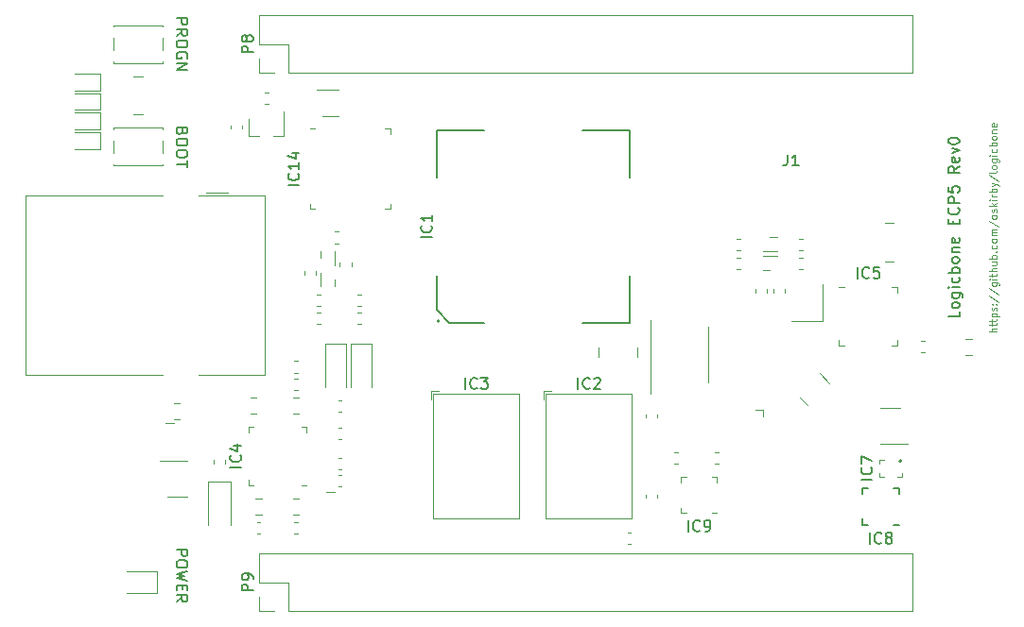
<source format=gto>
G04 #@! TF.GenerationSoftware,KiCad,Pcbnew,5.1.5+dfsg1-2build2*
G04 #@! TF.CreationDate,2020-05-01T23:30:04-07:00*
G04 #@! TF.ProjectId,logicbone,6c6f6769-6362-46f6-9e65-2e6b69636164,rev?*
G04 #@! TF.SameCoordinates,Original*
G04 #@! TF.FileFunction,Legend,Top*
G04 #@! TF.FilePolarity,Positive*
%FSLAX46Y46*%
G04 Gerber Fmt 4.6, Leading zero omitted, Abs format (unit mm)*
G04 Created by KiCad (PCBNEW 5.1.5+dfsg1-2build2) date 2020-05-01 23:30:04*
%MOMM*%
%LPD*%
G04 APERTURE LIST*
%ADD10C,0.150000*%
%ADD11C,0.120000*%
%ADD12C,0.100000*%
%ADD13C,0.200000*%
G04 APERTURE END LIST*
D10*
X110947619Y-93890476D02*
X111947619Y-93890476D01*
X111947619Y-94271428D01*
X111900000Y-94366666D01*
X111852380Y-94414285D01*
X111757142Y-94461904D01*
X111614285Y-94461904D01*
X111519047Y-94414285D01*
X111471428Y-94366666D01*
X111423809Y-94271428D01*
X111423809Y-93890476D01*
X111947619Y-95080952D02*
X111947619Y-95271428D01*
X111900000Y-95366666D01*
X111804761Y-95461904D01*
X111614285Y-95509523D01*
X111280952Y-95509523D01*
X111090476Y-95461904D01*
X110995238Y-95366666D01*
X110947619Y-95271428D01*
X110947619Y-95080952D01*
X110995238Y-94985714D01*
X111090476Y-94890476D01*
X111280952Y-94842857D01*
X111614285Y-94842857D01*
X111804761Y-94890476D01*
X111900000Y-94985714D01*
X111947619Y-95080952D01*
X111947619Y-95842857D02*
X110947619Y-96080952D01*
X111661904Y-96271428D01*
X110947619Y-96461904D01*
X111947619Y-96700000D01*
X111471428Y-97080952D02*
X111471428Y-97414285D01*
X110947619Y-97557142D02*
X110947619Y-97080952D01*
X111947619Y-97080952D01*
X111947619Y-97557142D01*
X110947619Y-98557142D02*
X111423809Y-98223809D01*
X110947619Y-97985714D02*
X111947619Y-97985714D01*
X111947619Y-98366666D01*
X111900000Y-98461904D01*
X111852380Y-98509523D01*
X111757142Y-98557142D01*
X111614285Y-98557142D01*
X111519047Y-98509523D01*
X111471428Y-98461904D01*
X111423809Y-98366666D01*
X111423809Y-97985714D01*
X110947619Y-46255476D02*
X111947619Y-46255476D01*
X111947619Y-46636428D01*
X111900000Y-46731666D01*
X111852380Y-46779285D01*
X111757142Y-46826904D01*
X111614285Y-46826904D01*
X111519047Y-46779285D01*
X111471428Y-46731666D01*
X111423809Y-46636428D01*
X111423809Y-46255476D01*
X110947619Y-47826904D02*
X111423809Y-47493571D01*
X110947619Y-47255476D02*
X111947619Y-47255476D01*
X111947619Y-47636428D01*
X111900000Y-47731666D01*
X111852380Y-47779285D01*
X111757142Y-47826904D01*
X111614285Y-47826904D01*
X111519047Y-47779285D01*
X111471428Y-47731666D01*
X111423809Y-47636428D01*
X111423809Y-47255476D01*
X111947619Y-48445952D02*
X111947619Y-48636428D01*
X111900000Y-48731666D01*
X111804761Y-48826904D01*
X111614285Y-48874523D01*
X111280952Y-48874523D01*
X111090476Y-48826904D01*
X110995238Y-48731666D01*
X110947619Y-48636428D01*
X110947619Y-48445952D01*
X110995238Y-48350714D01*
X111090476Y-48255476D01*
X111280952Y-48207857D01*
X111614285Y-48207857D01*
X111804761Y-48255476D01*
X111900000Y-48350714D01*
X111947619Y-48445952D01*
X111900000Y-49826904D02*
X111947619Y-49731666D01*
X111947619Y-49588809D01*
X111900000Y-49445952D01*
X111804761Y-49350714D01*
X111709523Y-49303095D01*
X111519047Y-49255476D01*
X111376190Y-49255476D01*
X111185714Y-49303095D01*
X111090476Y-49350714D01*
X110995238Y-49445952D01*
X110947619Y-49588809D01*
X110947619Y-49684047D01*
X110995238Y-49826904D01*
X111042857Y-49874523D01*
X111376190Y-49874523D01*
X111376190Y-49684047D01*
X110947619Y-50303095D02*
X111947619Y-50303095D01*
X110947619Y-50874523D01*
X111947619Y-50874523D01*
X111471428Y-56392857D02*
X111423809Y-56535714D01*
X111376190Y-56583333D01*
X111280952Y-56630952D01*
X111138095Y-56630952D01*
X111042857Y-56583333D01*
X110995238Y-56535714D01*
X110947619Y-56440476D01*
X110947619Y-56059523D01*
X111947619Y-56059523D01*
X111947619Y-56392857D01*
X111900000Y-56488095D01*
X111852380Y-56535714D01*
X111757142Y-56583333D01*
X111661904Y-56583333D01*
X111566666Y-56535714D01*
X111519047Y-56488095D01*
X111471428Y-56392857D01*
X111471428Y-56059523D01*
X111947619Y-57250000D02*
X111947619Y-57440476D01*
X111900000Y-57535714D01*
X111804761Y-57630952D01*
X111614285Y-57678571D01*
X111280952Y-57678571D01*
X111090476Y-57630952D01*
X110995238Y-57535714D01*
X110947619Y-57440476D01*
X110947619Y-57250000D01*
X110995238Y-57154761D01*
X111090476Y-57059523D01*
X111280952Y-57011904D01*
X111614285Y-57011904D01*
X111804761Y-57059523D01*
X111900000Y-57154761D01*
X111947619Y-57250000D01*
X111947619Y-58297619D02*
X111947619Y-58488095D01*
X111900000Y-58583333D01*
X111804761Y-58678571D01*
X111614285Y-58726190D01*
X111280952Y-58726190D01*
X111090476Y-58678571D01*
X110995238Y-58583333D01*
X110947619Y-58488095D01*
X110947619Y-58297619D01*
X110995238Y-58202380D01*
X111090476Y-58107142D01*
X111280952Y-58059523D01*
X111614285Y-58059523D01*
X111804761Y-58107142D01*
X111900000Y-58202380D01*
X111947619Y-58297619D01*
X111947619Y-59011904D02*
X111947619Y-59583333D01*
X110947619Y-59297619D02*
X111947619Y-59297619D01*
D11*
X184394047Y-74332142D02*
X183744047Y-74332142D01*
X184394047Y-74053571D02*
X184053571Y-74053571D01*
X183991666Y-74084523D01*
X183960714Y-74146428D01*
X183960714Y-74239285D01*
X183991666Y-74301190D01*
X184022619Y-74332142D01*
X183960714Y-73836904D02*
X183960714Y-73589285D01*
X183744047Y-73744047D02*
X184301190Y-73744047D01*
X184363095Y-73713095D01*
X184394047Y-73651190D01*
X184394047Y-73589285D01*
X183960714Y-73465476D02*
X183960714Y-73217857D01*
X183744047Y-73372619D02*
X184301190Y-73372619D01*
X184363095Y-73341666D01*
X184394047Y-73279761D01*
X184394047Y-73217857D01*
X183960714Y-73001190D02*
X184610714Y-73001190D01*
X183991666Y-73001190D02*
X183960714Y-72939285D01*
X183960714Y-72815476D01*
X183991666Y-72753571D01*
X184022619Y-72722619D01*
X184084523Y-72691666D01*
X184270238Y-72691666D01*
X184332142Y-72722619D01*
X184363095Y-72753571D01*
X184394047Y-72815476D01*
X184394047Y-72939285D01*
X184363095Y-73001190D01*
X184363095Y-72444047D02*
X184394047Y-72382142D01*
X184394047Y-72258333D01*
X184363095Y-72196428D01*
X184301190Y-72165476D01*
X184270238Y-72165476D01*
X184208333Y-72196428D01*
X184177380Y-72258333D01*
X184177380Y-72351190D01*
X184146428Y-72413095D01*
X184084523Y-72444047D01*
X184053571Y-72444047D01*
X183991666Y-72413095D01*
X183960714Y-72351190D01*
X183960714Y-72258333D01*
X183991666Y-72196428D01*
X184332142Y-71886904D02*
X184363095Y-71855952D01*
X184394047Y-71886904D01*
X184363095Y-71917857D01*
X184332142Y-71886904D01*
X184394047Y-71886904D01*
X183991666Y-71886904D02*
X184022619Y-71855952D01*
X184053571Y-71886904D01*
X184022619Y-71917857D01*
X183991666Y-71886904D01*
X184053571Y-71886904D01*
X183713095Y-71113095D02*
X184548809Y-71670238D01*
X183713095Y-70432142D02*
X184548809Y-70989285D01*
X183960714Y-69936904D02*
X184486904Y-69936904D01*
X184548809Y-69967857D01*
X184579761Y-69998809D01*
X184610714Y-70060714D01*
X184610714Y-70153571D01*
X184579761Y-70215476D01*
X184363095Y-69936904D02*
X184394047Y-69998809D01*
X184394047Y-70122619D01*
X184363095Y-70184523D01*
X184332142Y-70215476D01*
X184270238Y-70246428D01*
X184084523Y-70246428D01*
X184022619Y-70215476D01*
X183991666Y-70184523D01*
X183960714Y-70122619D01*
X183960714Y-69998809D01*
X183991666Y-69936904D01*
X184394047Y-69627380D02*
X183960714Y-69627380D01*
X183744047Y-69627380D02*
X183775000Y-69658333D01*
X183805952Y-69627380D01*
X183775000Y-69596428D01*
X183744047Y-69627380D01*
X183805952Y-69627380D01*
X183960714Y-69410714D02*
X183960714Y-69163095D01*
X183744047Y-69317857D02*
X184301190Y-69317857D01*
X184363095Y-69286904D01*
X184394047Y-69225000D01*
X184394047Y-69163095D01*
X184394047Y-68946428D02*
X183744047Y-68946428D01*
X184394047Y-68667857D02*
X184053571Y-68667857D01*
X183991666Y-68698809D01*
X183960714Y-68760714D01*
X183960714Y-68853571D01*
X183991666Y-68915476D01*
X184022619Y-68946428D01*
X183960714Y-68079761D02*
X184394047Y-68079761D01*
X183960714Y-68358333D02*
X184301190Y-68358333D01*
X184363095Y-68327380D01*
X184394047Y-68265476D01*
X184394047Y-68172619D01*
X184363095Y-68110714D01*
X184332142Y-68079761D01*
X184394047Y-67770238D02*
X183744047Y-67770238D01*
X183991666Y-67770238D02*
X183960714Y-67708333D01*
X183960714Y-67584523D01*
X183991666Y-67522619D01*
X184022619Y-67491666D01*
X184084523Y-67460714D01*
X184270238Y-67460714D01*
X184332142Y-67491666D01*
X184363095Y-67522619D01*
X184394047Y-67584523D01*
X184394047Y-67708333D01*
X184363095Y-67770238D01*
X184332142Y-67182142D02*
X184363095Y-67151190D01*
X184394047Y-67182142D01*
X184363095Y-67213095D01*
X184332142Y-67182142D01*
X184394047Y-67182142D01*
X184363095Y-66594047D02*
X184394047Y-66655952D01*
X184394047Y-66779761D01*
X184363095Y-66841666D01*
X184332142Y-66872619D01*
X184270238Y-66903571D01*
X184084523Y-66903571D01*
X184022619Y-66872619D01*
X183991666Y-66841666D01*
X183960714Y-66779761D01*
X183960714Y-66655952D01*
X183991666Y-66594047D01*
X184394047Y-66222619D02*
X184363095Y-66284523D01*
X184332142Y-66315476D01*
X184270238Y-66346428D01*
X184084523Y-66346428D01*
X184022619Y-66315476D01*
X183991666Y-66284523D01*
X183960714Y-66222619D01*
X183960714Y-66129761D01*
X183991666Y-66067857D01*
X184022619Y-66036904D01*
X184084523Y-66005952D01*
X184270238Y-66005952D01*
X184332142Y-66036904D01*
X184363095Y-66067857D01*
X184394047Y-66129761D01*
X184394047Y-66222619D01*
X184394047Y-65727380D02*
X183960714Y-65727380D01*
X184022619Y-65727380D02*
X183991666Y-65696428D01*
X183960714Y-65634523D01*
X183960714Y-65541666D01*
X183991666Y-65479761D01*
X184053571Y-65448809D01*
X184394047Y-65448809D01*
X184053571Y-65448809D02*
X183991666Y-65417857D01*
X183960714Y-65355952D01*
X183960714Y-65263095D01*
X183991666Y-65201190D01*
X184053571Y-65170238D01*
X184394047Y-65170238D01*
X183713095Y-64396428D02*
X184548809Y-64953571D01*
X184394047Y-64086904D02*
X184363095Y-64148809D01*
X184332142Y-64179761D01*
X184270238Y-64210714D01*
X184084523Y-64210714D01*
X184022619Y-64179761D01*
X183991666Y-64148809D01*
X183960714Y-64086904D01*
X183960714Y-63994047D01*
X183991666Y-63932142D01*
X184022619Y-63901190D01*
X184084523Y-63870238D01*
X184270238Y-63870238D01*
X184332142Y-63901190D01*
X184363095Y-63932142D01*
X184394047Y-63994047D01*
X184394047Y-64086904D01*
X184363095Y-63622619D02*
X184394047Y-63560714D01*
X184394047Y-63436904D01*
X184363095Y-63375000D01*
X184301190Y-63344047D01*
X184270238Y-63344047D01*
X184208333Y-63375000D01*
X184177380Y-63436904D01*
X184177380Y-63529761D01*
X184146428Y-63591666D01*
X184084523Y-63622619D01*
X184053571Y-63622619D01*
X183991666Y-63591666D01*
X183960714Y-63529761D01*
X183960714Y-63436904D01*
X183991666Y-63375000D01*
X184394047Y-63065476D02*
X183744047Y-63065476D01*
X184146428Y-63003571D02*
X184394047Y-62817857D01*
X183960714Y-62817857D02*
X184208333Y-63065476D01*
X184394047Y-62539285D02*
X183960714Y-62539285D01*
X183744047Y-62539285D02*
X183775000Y-62570238D01*
X183805952Y-62539285D01*
X183775000Y-62508333D01*
X183744047Y-62539285D01*
X183805952Y-62539285D01*
X184394047Y-62229761D02*
X183960714Y-62229761D01*
X184084523Y-62229761D02*
X184022619Y-62198809D01*
X183991666Y-62167857D01*
X183960714Y-62105952D01*
X183960714Y-62044047D01*
X184394047Y-61827380D02*
X183744047Y-61827380D01*
X183991666Y-61827380D02*
X183960714Y-61765476D01*
X183960714Y-61641666D01*
X183991666Y-61579761D01*
X184022619Y-61548809D01*
X184084523Y-61517857D01*
X184270238Y-61517857D01*
X184332142Y-61548809D01*
X184363095Y-61579761D01*
X184394047Y-61641666D01*
X184394047Y-61765476D01*
X184363095Y-61827380D01*
X183960714Y-61301190D02*
X184394047Y-61146428D01*
X183960714Y-60991666D02*
X184394047Y-61146428D01*
X184548809Y-61208333D01*
X184579761Y-61239285D01*
X184610714Y-61301190D01*
X183713095Y-60279761D02*
X184548809Y-60836904D01*
X184394047Y-59970238D02*
X184363095Y-60032142D01*
X184301190Y-60063095D01*
X183744047Y-60063095D01*
X184394047Y-59629761D02*
X184363095Y-59691666D01*
X184332142Y-59722619D01*
X184270238Y-59753571D01*
X184084523Y-59753571D01*
X184022619Y-59722619D01*
X183991666Y-59691666D01*
X183960714Y-59629761D01*
X183960714Y-59536904D01*
X183991666Y-59475000D01*
X184022619Y-59444047D01*
X184084523Y-59413095D01*
X184270238Y-59413095D01*
X184332142Y-59444047D01*
X184363095Y-59475000D01*
X184394047Y-59536904D01*
X184394047Y-59629761D01*
X183960714Y-58855952D02*
X184486904Y-58855952D01*
X184548809Y-58886904D01*
X184579761Y-58917857D01*
X184610714Y-58979761D01*
X184610714Y-59072619D01*
X184579761Y-59134523D01*
X184363095Y-58855952D02*
X184394047Y-58917857D01*
X184394047Y-59041666D01*
X184363095Y-59103571D01*
X184332142Y-59134523D01*
X184270238Y-59165476D01*
X184084523Y-59165476D01*
X184022619Y-59134523D01*
X183991666Y-59103571D01*
X183960714Y-59041666D01*
X183960714Y-58917857D01*
X183991666Y-58855952D01*
X184394047Y-58546428D02*
X183960714Y-58546428D01*
X183744047Y-58546428D02*
X183775000Y-58577380D01*
X183805952Y-58546428D01*
X183775000Y-58515476D01*
X183744047Y-58546428D01*
X183805952Y-58546428D01*
X184363095Y-57958333D02*
X184394047Y-58020238D01*
X184394047Y-58144047D01*
X184363095Y-58205952D01*
X184332142Y-58236904D01*
X184270238Y-58267857D01*
X184084523Y-58267857D01*
X184022619Y-58236904D01*
X183991666Y-58205952D01*
X183960714Y-58144047D01*
X183960714Y-58020238D01*
X183991666Y-57958333D01*
X184394047Y-57679761D02*
X183744047Y-57679761D01*
X183991666Y-57679761D02*
X183960714Y-57617857D01*
X183960714Y-57494047D01*
X183991666Y-57432142D01*
X184022619Y-57401190D01*
X184084523Y-57370238D01*
X184270238Y-57370238D01*
X184332142Y-57401190D01*
X184363095Y-57432142D01*
X184394047Y-57494047D01*
X184394047Y-57617857D01*
X184363095Y-57679761D01*
X184394047Y-56998809D02*
X184363095Y-57060714D01*
X184332142Y-57091666D01*
X184270238Y-57122619D01*
X184084523Y-57122619D01*
X184022619Y-57091666D01*
X183991666Y-57060714D01*
X183960714Y-56998809D01*
X183960714Y-56905952D01*
X183991666Y-56844047D01*
X184022619Y-56813095D01*
X184084523Y-56782142D01*
X184270238Y-56782142D01*
X184332142Y-56813095D01*
X184363095Y-56844047D01*
X184394047Y-56905952D01*
X184394047Y-56998809D01*
X183960714Y-56503571D02*
X184394047Y-56503571D01*
X184022619Y-56503571D02*
X183991666Y-56472619D01*
X183960714Y-56410714D01*
X183960714Y-56317857D01*
X183991666Y-56255952D01*
X184053571Y-56225000D01*
X184394047Y-56225000D01*
X184363095Y-55667857D02*
X184394047Y-55729761D01*
X184394047Y-55853571D01*
X184363095Y-55915476D01*
X184301190Y-55946428D01*
X184053571Y-55946428D01*
X183991666Y-55915476D01*
X183960714Y-55853571D01*
X183960714Y-55729761D01*
X183991666Y-55667857D01*
X184053571Y-55636904D01*
X184115476Y-55636904D01*
X184177380Y-55946428D01*
D10*
X181052380Y-72523809D02*
X181052380Y-73000000D01*
X180052380Y-73000000D01*
X181052380Y-72047619D02*
X181004761Y-72142857D01*
X180957142Y-72190476D01*
X180861904Y-72238095D01*
X180576190Y-72238095D01*
X180480952Y-72190476D01*
X180433333Y-72142857D01*
X180385714Y-72047619D01*
X180385714Y-71904761D01*
X180433333Y-71809523D01*
X180480952Y-71761904D01*
X180576190Y-71714285D01*
X180861904Y-71714285D01*
X180957142Y-71761904D01*
X181004761Y-71809523D01*
X181052380Y-71904761D01*
X181052380Y-72047619D01*
X180385714Y-70857142D02*
X181195238Y-70857142D01*
X181290476Y-70904761D01*
X181338095Y-70952380D01*
X181385714Y-71047619D01*
X181385714Y-71190476D01*
X181338095Y-71285714D01*
X181004761Y-70857142D02*
X181052380Y-70952380D01*
X181052380Y-71142857D01*
X181004761Y-71238095D01*
X180957142Y-71285714D01*
X180861904Y-71333333D01*
X180576190Y-71333333D01*
X180480952Y-71285714D01*
X180433333Y-71238095D01*
X180385714Y-71142857D01*
X180385714Y-70952380D01*
X180433333Y-70857142D01*
X181052380Y-70380952D02*
X180385714Y-70380952D01*
X180052380Y-70380952D02*
X180100000Y-70428571D01*
X180147619Y-70380952D01*
X180100000Y-70333333D01*
X180052380Y-70380952D01*
X180147619Y-70380952D01*
X181004761Y-69476190D02*
X181052380Y-69571428D01*
X181052380Y-69761904D01*
X181004761Y-69857142D01*
X180957142Y-69904761D01*
X180861904Y-69952380D01*
X180576190Y-69952380D01*
X180480952Y-69904761D01*
X180433333Y-69857142D01*
X180385714Y-69761904D01*
X180385714Y-69571428D01*
X180433333Y-69476190D01*
X181052380Y-69047619D02*
X180052380Y-69047619D01*
X180433333Y-69047619D02*
X180385714Y-68952380D01*
X180385714Y-68761904D01*
X180433333Y-68666666D01*
X180480952Y-68619047D01*
X180576190Y-68571428D01*
X180861904Y-68571428D01*
X180957142Y-68619047D01*
X181004761Y-68666666D01*
X181052380Y-68761904D01*
X181052380Y-68952380D01*
X181004761Y-69047619D01*
X181052380Y-68000000D02*
X181004761Y-68095238D01*
X180957142Y-68142857D01*
X180861904Y-68190476D01*
X180576190Y-68190476D01*
X180480952Y-68142857D01*
X180433333Y-68095238D01*
X180385714Y-68000000D01*
X180385714Y-67857142D01*
X180433333Y-67761904D01*
X180480952Y-67714285D01*
X180576190Y-67666666D01*
X180861904Y-67666666D01*
X180957142Y-67714285D01*
X181004761Y-67761904D01*
X181052380Y-67857142D01*
X181052380Y-68000000D01*
X180385714Y-67238095D02*
X181052380Y-67238095D01*
X180480952Y-67238095D02*
X180433333Y-67190476D01*
X180385714Y-67095238D01*
X180385714Y-66952380D01*
X180433333Y-66857142D01*
X180528571Y-66809523D01*
X181052380Y-66809523D01*
X181004761Y-65952380D02*
X181052380Y-66047619D01*
X181052380Y-66238095D01*
X181004761Y-66333333D01*
X180909523Y-66380952D01*
X180528571Y-66380952D01*
X180433333Y-66333333D01*
X180385714Y-66238095D01*
X180385714Y-66047619D01*
X180433333Y-65952380D01*
X180528571Y-65904761D01*
X180623809Y-65904761D01*
X180719047Y-66380952D01*
X180528571Y-64714285D02*
X180528571Y-64380952D01*
X181052380Y-64238095D02*
X181052380Y-64714285D01*
X180052380Y-64714285D01*
X180052380Y-64238095D01*
X180957142Y-63238095D02*
X181004761Y-63285714D01*
X181052380Y-63428571D01*
X181052380Y-63523809D01*
X181004761Y-63666666D01*
X180909523Y-63761904D01*
X180814285Y-63809523D01*
X180623809Y-63857142D01*
X180480952Y-63857142D01*
X180290476Y-63809523D01*
X180195238Y-63761904D01*
X180100000Y-63666666D01*
X180052380Y-63523809D01*
X180052380Y-63428571D01*
X180100000Y-63285714D01*
X180147619Y-63238095D01*
X181052380Y-62809523D02*
X180052380Y-62809523D01*
X180052380Y-62428571D01*
X180100000Y-62333333D01*
X180147619Y-62285714D01*
X180242857Y-62238095D01*
X180385714Y-62238095D01*
X180480952Y-62285714D01*
X180528571Y-62333333D01*
X180576190Y-62428571D01*
X180576190Y-62809523D01*
X180052380Y-61333333D02*
X180052380Y-61809523D01*
X180528571Y-61857142D01*
X180480952Y-61809523D01*
X180433333Y-61714285D01*
X180433333Y-61476190D01*
X180480952Y-61380952D01*
X180528571Y-61333333D01*
X180623809Y-61285714D01*
X180861904Y-61285714D01*
X180957142Y-61333333D01*
X181004761Y-61380952D01*
X181052380Y-61476190D01*
X181052380Y-61714285D01*
X181004761Y-61809523D01*
X180957142Y-61857142D01*
X181052380Y-59523809D02*
X180576190Y-59857142D01*
X181052380Y-60095238D02*
X180052380Y-60095238D01*
X180052380Y-59714285D01*
X180100000Y-59619047D01*
X180147619Y-59571428D01*
X180242857Y-59523809D01*
X180385714Y-59523809D01*
X180480952Y-59571428D01*
X180528571Y-59619047D01*
X180576190Y-59714285D01*
X180576190Y-60095238D01*
X181004761Y-58714285D02*
X181052380Y-58809523D01*
X181052380Y-59000000D01*
X181004761Y-59095238D01*
X180909523Y-59142857D01*
X180528571Y-59142857D01*
X180433333Y-59095238D01*
X180385714Y-59000000D01*
X180385714Y-58809523D01*
X180433333Y-58714285D01*
X180528571Y-58666666D01*
X180623809Y-58666666D01*
X180719047Y-59142857D01*
X180385714Y-58333333D02*
X181052380Y-58095238D01*
X180385714Y-57857142D01*
X180052380Y-57285714D02*
X180052380Y-57190476D01*
X180100000Y-57095238D01*
X180147619Y-57047619D01*
X180242857Y-57000000D01*
X180433333Y-56952380D01*
X180671428Y-56952380D01*
X180861904Y-57000000D01*
X180957142Y-57047619D01*
X181004761Y-57095238D01*
X181052380Y-57190476D01*
X181052380Y-57285714D01*
X181004761Y-57380952D01*
X180957142Y-57428571D01*
X180861904Y-57476190D01*
X180671428Y-57523809D01*
X180433333Y-57523809D01*
X180242857Y-57476190D01*
X180147619Y-57428571D01*
X180100000Y-57380952D01*
X180052380Y-57285714D01*
D11*
X133950000Y-79900000D02*
X141650000Y-79900000D01*
X141650000Y-79900000D02*
X141650000Y-91100000D01*
X141650000Y-91100000D02*
X133950000Y-91100000D01*
X133950000Y-91100000D02*
X133950000Y-79900000D01*
X133750000Y-80400000D02*
X133750000Y-79700000D01*
X133750000Y-79700000D02*
X134450000Y-79700000D01*
D12*
X110000000Y-82500000D02*
X110750000Y-82500000D01*
D11*
X115590000Y-61905000D02*
X113590000Y-61905000D01*
X97400000Y-62105000D02*
X109700000Y-62105000D01*
X97400000Y-78205000D02*
X97400000Y-62105000D01*
X109700000Y-78205000D02*
X97400000Y-78205000D01*
X118900000Y-78205000D02*
X112900000Y-78205000D01*
X118900000Y-62105000D02*
X118900000Y-78205000D01*
X112900000Y-62105000D02*
X118900000Y-62105000D01*
X175800000Y-81190000D02*
X174000000Y-81190000D01*
X174000000Y-84410000D02*
X176450000Y-84410000D01*
D13*
X175900000Y-85950000D02*
G75*
G03X175900000Y-85950000I-100000J0D01*
G01*
D11*
X173880000Y-85830000D02*
X174330000Y-85830000D01*
X173880000Y-86155000D02*
X173880000Y-85830000D01*
X175920000Y-87370000D02*
X175470000Y-87370000D01*
X175920000Y-87045000D02*
X175920000Y-87370000D01*
X173880000Y-87370000D02*
X174330000Y-87370000D01*
X173880000Y-87045000D02*
X173880000Y-87370000D01*
X175920000Y-87370000D02*
X175470000Y-87370000D01*
X175920000Y-87045000D02*
X175920000Y-87370000D01*
X175920000Y-87370000D02*
X175470000Y-87370000D01*
X175920000Y-87045000D02*
X175920000Y-87370000D01*
X163475000Y-81330000D02*
X163475000Y-81965000D01*
X162840000Y-81330000D02*
X163475000Y-81330000D01*
X166737221Y-67690000D02*
X167062779Y-67690000D01*
X166737221Y-68710000D02*
X167062779Y-68710000D01*
X175200000Y-68020000D02*
X174400000Y-68020000D01*
X175200000Y-64580000D02*
X174400000Y-64580000D01*
X175035000Y-70360000D02*
X175510000Y-70360000D01*
X175510000Y-70360000D02*
X175510000Y-70835000D01*
X170765000Y-75580000D02*
X170290000Y-75580000D01*
X170290000Y-75580000D02*
X170290000Y-75105000D01*
X175035000Y-75580000D02*
X175510000Y-75580000D01*
X175510000Y-75580000D02*
X175510000Y-75105000D01*
X170765000Y-70360000D02*
X170290000Y-70360000D01*
X125130000Y-67140000D02*
X125130000Y-68360000D01*
X123870000Y-67140000D02*
X123870000Y-67750000D01*
X129635000Y-56140000D02*
X130110000Y-56140000D01*
X130110000Y-56140000D02*
X130110000Y-56615000D01*
X123365000Y-63360000D02*
X122890000Y-63360000D01*
X122890000Y-63360000D02*
X122890000Y-62885000D01*
X129635000Y-63360000D02*
X130110000Y-63360000D01*
X130110000Y-63360000D02*
X130110000Y-62885000D01*
X123365000Y-56140000D02*
X122890000Y-56140000D01*
D12*
X124350000Y-88750000D02*
X125100000Y-88750000D01*
D11*
X176895000Y-99425000D02*
X176895000Y-94225000D01*
X120955000Y-99425000D02*
X176895000Y-99425000D01*
X118355000Y-94225000D02*
X176895000Y-94225000D01*
X120955000Y-99425000D02*
X120955000Y-96825000D01*
X120955000Y-96825000D02*
X118355000Y-96825000D01*
X118355000Y-96825000D02*
X118355000Y-94225000D01*
X119685000Y-99425000D02*
X118355000Y-99425000D01*
X118355000Y-99425000D02*
X118355000Y-98095000D01*
X118355000Y-51165000D02*
X118355000Y-49835000D01*
X119685000Y-51165000D02*
X118355000Y-51165000D01*
X118355000Y-48565000D02*
X118355000Y-45965000D01*
X120955000Y-48565000D02*
X118355000Y-48565000D01*
X120955000Y-51165000D02*
X120955000Y-48565000D01*
X118355000Y-45965000D02*
X176895000Y-45965000D01*
X120955000Y-51165000D02*
X176895000Y-51165000D01*
X176895000Y-51165000D02*
X176895000Y-45965000D01*
X123862779Y-72590000D02*
X123537221Y-72590000D01*
X123862779Y-73610000D02*
X123537221Y-73610000D01*
X121524721Y-76990000D02*
X121850279Y-76990000D01*
X121524721Y-78010000D02*
X121850279Y-78010000D01*
X121850279Y-91390000D02*
X121524721Y-91390000D01*
X121850279Y-92410000D02*
X121524721Y-92410000D01*
X118149721Y-92410000D02*
X118475279Y-92410000D01*
X118149721Y-91390000D02*
X118475279Y-91390000D01*
X127137221Y-72590000D02*
X127462779Y-72590000D01*
X127137221Y-73610000D02*
X127462779Y-73610000D01*
X115790000Y-56162779D02*
X115790000Y-55837221D01*
X116810000Y-56162779D02*
X116810000Y-55837221D01*
X121524721Y-79610000D02*
X121850279Y-79610000D01*
X121524721Y-78590000D02*
X121850279Y-78590000D01*
X125437221Y-80490000D02*
X125762779Y-80490000D01*
X125437221Y-81510000D02*
X125762779Y-81510000D01*
X166737221Y-67010000D02*
X167062779Y-67010000D01*
X166737221Y-65990000D02*
X167062779Y-65990000D01*
X126610000Y-68462779D02*
X126610000Y-68137221D01*
X125590000Y-68462779D02*
X125590000Y-68137221D01*
X123410000Y-68937221D02*
X123410000Y-69262779D01*
X122390000Y-68937221D02*
X122390000Y-69262779D01*
X118837221Y-53910000D02*
X119162779Y-53910000D01*
X118837221Y-52890000D02*
X119162779Y-52890000D01*
X125137221Y-65390000D02*
X125462779Y-65390000D01*
X125137221Y-66410000D02*
X125462779Y-66410000D01*
X125762779Y-87190000D02*
X125437221Y-87190000D01*
X125762779Y-88210000D02*
X125437221Y-88210000D01*
X125762779Y-85690000D02*
X125437221Y-85690000D01*
X125762779Y-86710000D02*
X125437221Y-86710000D01*
X152990000Y-81737221D02*
X152990000Y-82062779D01*
X154010000Y-81737221D02*
X154010000Y-82062779D01*
X151337221Y-93410000D02*
X151662779Y-93410000D01*
X151337221Y-92390000D02*
X151662779Y-92390000D01*
X104135000Y-51222500D02*
X101850000Y-51222500D01*
X104135000Y-52692500D02*
X104135000Y-51222500D01*
X101850000Y-52692500D02*
X104135000Y-52692500D01*
X101850000Y-54442500D02*
X104135000Y-54442500D01*
X104135000Y-54442500D02*
X104135000Y-52972500D01*
X104135000Y-52972500D02*
X101850000Y-52972500D01*
X104135000Y-54722500D02*
X101850000Y-54722500D01*
X104135000Y-56192500D02*
X104135000Y-54722500D01*
X101850000Y-56192500D02*
X104135000Y-56192500D01*
X101850000Y-57942500D02*
X104135000Y-57942500D01*
X104135000Y-57942500D02*
X104135000Y-56472500D01*
X104135000Y-56472500D02*
X101850000Y-56472500D01*
X163810000Y-70537221D02*
X163810000Y-70862779D01*
X162790000Y-70537221D02*
X162790000Y-70862779D01*
X164390000Y-70537221D02*
X164390000Y-70862779D01*
X165410000Y-70537221D02*
X165410000Y-70862779D01*
X161137221Y-65990000D02*
X161462779Y-65990000D01*
X161137221Y-67010000D02*
X161462779Y-67010000D01*
X125450000Y-52690000D02*
X123550000Y-52690000D01*
X124050000Y-55010000D02*
X125450000Y-55010000D01*
X118571078Y-89290000D02*
X118053922Y-89290000D01*
X118571078Y-90710000D02*
X118053922Y-90710000D01*
X118071078Y-81710000D02*
X117553922Y-81710000D01*
X118071078Y-80290000D02*
X117553922Y-80290000D01*
X121428922Y-81710000D02*
X121946078Y-81710000D01*
X121428922Y-80290000D02*
X121946078Y-80290000D01*
X121428922Y-89290000D02*
X121946078Y-89290000D01*
X121428922Y-90710000D02*
X121946078Y-90710000D01*
X109700000Y-56050000D02*
X105300000Y-56050000D01*
X105300000Y-56050000D02*
X105300000Y-56170000D01*
X105300000Y-57180000D02*
X105300000Y-58320000D01*
X105300000Y-59330000D02*
X105300000Y-59450000D01*
X105300000Y-59450000D02*
X109700000Y-59450000D01*
X109700000Y-59450000D02*
X109700000Y-59330000D01*
X109700000Y-58320000D02*
X109700000Y-57180000D01*
X109700000Y-56170000D02*
X109700000Y-56050000D01*
X105300000Y-50145000D02*
X105300000Y-50265000D01*
X105300000Y-47995000D02*
X105300000Y-49135000D01*
X105300000Y-46865000D02*
X105300000Y-46985000D01*
X109700000Y-46865000D02*
X105300000Y-46865000D01*
X109700000Y-46985000D02*
X109700000Y-46865000D01*
X109700000Y-49135000D02*
X109700000Y-47995000D01*
X109700000Y-50265000D02*
X109700000Y-50145000D01*
X105300000Y-50265000D02*
X109700000Y-50265000D01*
X166000000Y-73370000D02*
X168800000Y-73370000D01*
X168800000Y-73370000D02*
X168800000Y-70070000D01*
X143850000Y-79700000D02*
X144550000Y-79700000D01*
X143850000Y-80400000D02*
X143850000Y-79700000D01*
X144050000Y-91100000D02*
X144050000Y-79900000D01*
X151750000Y-91100000D02*
X144050000Y-91100000D01*
X151750000Y-79900000D02*
X151750000Y-91100000D01*
X144050000Y-79900000D02*
X151750000Y-79900000D01*
X107900000Y-54877500D02*
X107100000Y-54877500D01*
X107900000Y-51437500D02*
X107100000Y-51437500D01*
X117865000Y-88110000D02*
X117390000Y-88110000D01*
X117390000Y-88110000D02*
X117390000Y-87635000D01*
X122135000Y-82890000D02*
X122610000Y-82890000D01*
X122610000Y-82890000D02*
X122610000Y-83365000D01*
X117865000Y-82890000D02*
X117390000Y-82890000D01*
X117390000Y-82890000D02*
X117390000Y-83365000D01*
X122135000Y-88110000D02*
X122610000Y-88110000D01*
X164710000Y-67130000D02*
X163490000Y-67130000D01*
X164710000Y-65870000D02*
X164100000Y-65870000D01*
X163490000Y-68830000D02*
X164100000Y-68830000D01*
X163490000Y-67570000D02*
X164710000Y-67570000D01*
X155862779Y-86210000D02*
X155537221Y-86210000D01*
X155862779Y-85190000D02*
X155537221Y-85190000D01*
X159137221Y-85190000D02*
X159462779Y-85190000D01*
X159137221Y-86210000D02*
X159462779Y-86210000D01*
X152220000Y-75800000D02*
X152220000Y-76600000D01*
X148780000Y-75800000D02*
X148780000Y-76600000D01*
X117420000Y-56760000D02*
X118350000Y-56760000D01*
X120580000Y-56760000D02*
X119650000Y-56760000D01*
X120580000Y-56760000D02*
X120580000Y-54600000D01*
X117420000Y-56760000D02*
X117420000Y-55300000D01*
X123870000Y-70260000D02*
X123870000Y-69040000D01*
X125130000Y-70260000D02*
X125130000Y-69650000D01*
X152990000Y-89262779D02*
X152990000Y-88937221D01*
X154010000Y-89262779D02*
X154010000Y-88937221D01*
X115800000Y-87800000D02*
X113800000Y-87800000D01*
X113800000Y-87800000D02*
X113800000Y-91650000D01*
X115800000Y-87800000D02*
X115800000Y-91650000D01*
X125437221Y-82990000D02*
X125762779Y-82990000D01*
X125437221Y-84010000D02*
X125762779Y-84010000D01*
X115310000Y-86162779D02*
X115310000Y-85837221D01*
X114290000Y-86162779D02*
X114290000Y-85837221D01*
X123862779Y-72010000D02*
X123537221Y-72010000D01*
X123862779Y-70990000D02*
X123537221Y-70990000D01*
X177637221Y-75190000D02*
X177962779Y-75190000D01*
X177637221Y-76210000D02*
X177962779Y-76210000D01*
X111900000Y-85890000D02*
X109450000Y-85890000D01*
X110100000Y-89110000D02*
X111900000Y-89110000D01*
X161137221Y-67690000D02*
X161462779Y-67690000D01*
X161137221Y-68710000D02*
X161462779Y-68710000D01*
D10*
X134250000Y-60500000D02*
X134250000Y-56250000D01*
X134250000Y-56250000D02*
X138500000Y-56250000D01*
X134250000Y-60500000D02*
X134250000Y-56250000D01*
X134250000Y-56250000D02*
X138500000Y-56250000D01*
X151550000Y-60500000D02*
X151550000Y-56250000D01*
X151550000Y-56250000D02*
X147300000Y-56250000D01*
X134250000Y-60500000D02*
X134250000Y-56250000D01*
X134250000Y-56250000D02*
X138500000Y-56250000D01*
X151550000Y-69300000D02*
X151550000Y-73550000D01*
X151550000Y-73550000D02*
X147300000Y-73550000D01*
X134250000Y-69300000D02*
X134250000Y-72400000D01*
X134250000Y-72400000D02*
X135400000Y-73550000D01*
X135400000Y-73550000D02*
X138500000Y-73550000D01*
D13*
X134500000Y-73400000D02*
G75*
G03X134500000Y-73400000I-100000J0D01*
G01*
D11*
X169443503Y-78963604D02*
X168524264Y-78044365D01*
X167463604Y-80943503D02*
X166756497Y-80236396D01*
D10*
X172350000Y-91650000D02*
X172350000Y-91125000D01*
X175650000Y-88350000D02*
X175650000Y-88875000D01*
X172350000Y-88350000D02*
X172350000Y-88875000D01*
X175650000Y-91650000D02*
X175125000Y-91650000D01*
X175650000Y-88350000D02*
X175125000Y-88350000D01*
X172350000Y-88350000D02*
X172875000Y-88350000D01*
X172350000Y-91650000D02*
X172875000Y-91650000D01*
D11*
X127137221Y-70990000D02*
X127462779Y-70990000D01*
X127137221Y-72010000D02*
X127462779Y-72010000D01*
X156615000Y-90610000D02*
X156140000Y-90610000D01*
X156140000Y-90610000D02*
X156140000Y-90135000D01*
X158885000Y-87390000D02*
X159360000Y-87390000D01*
X159360000Y-87390000D02*
X159360000Y-87865000D01*
X156615000Y-87390000D02*
X156140000Y-87390000D01*
X156140000Y-87390000D02*
X156140000Y-87865000D01*
X158885000Y-90610000D02*
X159360000Y-90610000D01*
X153400000Y-79900000D02*
X153400000Y-73300000D01*
X158600000Y-78900000D02*
X158600000Y-73900000D01*
X128435000Y-79300000D02*
X128435000Y-75390000D01*
X128435000Y-75390000D02*
X126565000Y-75390000D01*
X126565000Y-75390000D02*
X126565000Y-79300000D01*
X124265000Y-75390000D02*
X124265000Y-79300000D01*
X126135000Y-75390000D02*
X124265000Y-75390000D01*
X126135000Y-79300000D02*
X126135000Y-75390000D01*
X110741422Y-80790000D02*
X111258578Y-80790000D01*
X110741422Y-82210000D02*
X111258578Y-82210000D01*
X182158578Y-76410000D02*
X181641422Y-76410000D01*
X182158578Y-74990000D02*
X181641422Y-74990000D01*
X109185000Y-97785000D02*
X109185000Y-95865000D01*
X106500000Y-97785000D02*
X109185000Y-97785000D01*
X109185000Y-95865000D02*
X106500000Y-95865000D01*
D10*
X136823809Y-79472380D02*
X136823809Y-78472380D01*
X137871428Y-79377142D02*
X137823809Y-79424761D01*
X137680952Y-79472380D01*
X137585714Y-79472380D01*
X137442857Y-79424761D01*
X137347619Y-79329523D01*
X137300000Y-79234285D01*
X137252380Y-79043809D01*
X137252380Y-78900952D01*
X137300000Y-78710476D01*
X137347619Y-78615238D01*
X137442857Y-78520000D01*
X137585714Y-78472380D01*
X137680952Y-78472380D01*
X137823809Y-78520000D01*
X137871428Y-78567619D01*
X138204761Y-78472380D02*
X138823809Y-78472380D01*
X138490476Y-78853333D01*
X138633333Y-78853333D01*
X138728571Y-78900952D01*
X138776190Y-78948571D01*
X138823809Y-79043809D01*
X138823809Y-79281904D01*
X138776190Y-79377142D01*
X138728571Y-79424761D01*
X138633333Y-79472380D01*
X138347619Y-79472380D01*
X138252380Y-79424761D01*
X138204761Y-79377142D01*
X173252380Y-87576190D02*
X172252380Y-87576190D01*
X173157142Y-86528571D02*
X173204761Y-86576190D01*
X173252380Y-86719047D01*
X173252380Y-86814285D01*
X173204761Y-86957142D01*
X173109523Y-87052380D01*
X173014285Y-87100000D01*
X172823809Y-87147619D01*
X172680952Y-87147619D01*
X172490476Y-87100000D01*
X172395238Y-87052380D01*
X172300000Y-86957142D01*
X172252380Y-86814285D01*
X172252380Y-86719047D01*
X172300000Y-86576190D01*
X172347619Y-86528571D01*
X172252380Y-86195238D02*
X172252380Y-85528571D01*
X173252380Y-85957142D01*
X171923809Y-69552380D02*
X171923809Y-68552380D01*
X172971428Y-69457142D02*
X172923809Y-69504761D01*
X172780952Y-69552380D01*
X172685714Y-69552380D01*
X172542857Y-69504761D01*
X172447619Y-69409523D01*
X172400000Y-69314285D01*
X172352380Y-69123809D01*
X172352380Y-68980952D01*
X172400000Y-68790476D01*
X172447619Y-68695238D01*
X172542857Y-68600000D01*
X172685714Y-68552380D01*
X172780952Y-68552380D01*
X172923809Y-68600000D01*
X172971428Y-68647619D01*
X173876190Y-68552380D02*
X173400000Y-68552380D01*
X173352380Y-69028571D01*
X173400000Y-68980952D01*
X173495238Y-68933333D01*
X173733333Y-68933333D01*
X173828571Y-68980952D01*
X173876190Y-69028571D01*
X173923809Y-69123809D01*
X173923809Y-69361904D01*
X173876190Y-69457142D01*
X173828571Y-69504761D01*
X173733333Y-69552380D01*
X173495238Y-69552380D01*
X173400000Y-69504761D01*
X173352380Y-69457142D01*
X121952380Y-61202380D02*
X120952380Y-61202380D01*
X121857142Y-60154761D02*
X121904761Y-60202380D01*
X121952380Y-60345238D01*
X121952380Y-60440476D01*
X121904761Y-60583333D01*
X121809523Y-60678571D01*
X121714285Y-60726190D01*
X121523809Y-60773809D01*
X121380952Y-60773809D01*
X121190476Y-60726190D01*
X121095238Y-60678571D01*
X121000000Y-60583333D01*
X120952380Y-60440476D01*
X120952380Y-60345238D01*
X121000000Y-60202380D01*
X121047619Y-60154761D01*
X121952380Y-59202380D02*
X121952380Y-59773809D01*
X121952380Y-59488095D02*
X120952380Y-59488095D01*
X121095238Y-59583333D01*
X121190476Y-59678571D01*
X121238095Y-59773809D01*
X121285714Y-58345238D02*
X121952380Y-58345238D01*
X120904761Y-58583333D02*
X121619047Y-58821428D01*
X121619047Y-58202380D01*
X117807380Y-97563095D02*
X116807380Y-97563095D01*
X116807380Y-97182142D01*
X116855000Y-97086904D01*
X116902619Y-97039285D01*
X116997857Y-96991666D01*
X117140714Y-96991666D01*
X117235952Y-97039285D01*
X117283571Y-97086904D01*
X117331190Y-97182142D01*
X117331190Y-97563095D01*
X117807380Y-96515476D02*
X117807380Y-96325000D01*
X117759761Y-96229761D01*
X117712142Y-96182142D01*
X117569285Y-96086904D01*
X117378809Y-96039285D01*
X116997857Y-96039285D01*
X116902619Y-96086904D01*
X116855000Y-96134523D01*
X116807380Y-96229761D01*
X116807380Y-96420238D01*
X116855000Y-96515476D01*
X116902619Y-96563095D01*
X116997857Y-96610714D01*
X117235952Y-96610714D01*
X117331190Y-96563095D01*
X117378809Y-96515476D01*
X117426428Y-96420238D01*
X117426428Y-96229761D01*
X117378809Y-96134523D01*
X117331190Y-96086904D01*
X117235952Y-96039285D01*
X117807380Y-49303095D02*
X116807380Y-49303095D01*
X116807380Y-48922142D01*
X116855000Y-48826904D01*
X116902619Y-48779285D01*
X116997857Y-48731666D01*
X117140714Y-48731666D01*
X117235952Y-48779285D01*
X117283571Y-48826904D01*
X117331190Y-48922142D01*
X117331190Y-49303095D01*
X117235952Y-48160238D02*
X117188333Y-48255476D01*
X117140714Y-48303095D01*
X117045476Y-48350714D01*
X116997857Y-48350714D01*
X116902619Y-48303095D01*
X116855000Y-48255476D01*
X116807380Y-48160238D01*
X116807380Y-47969761D01*
X116855000Y-47874523D01*
X116902619Y-47826904D01*
X116997857Y-47779285D01*
X117045476Y-47779285D01*
X117140714Y-47826904D01*
X117188333Y-47874523D01*
X117235952Y-47969761D01*
X117235952Y-48160238D01*
X117283571Y-48255476D01*
X117331190Y-48303095D01*
X117426428Y-48350714D01*
X117616904Y-48350714D01*
X117712142Y-48303095D01*
X117759761Y-48255476D01*
X117807380Y-48160238D01*
X117807380Y-47969761D01*
X117759761Y-47874523D01*
X117712142Y-47826904D01*
X117616904Y-47779285D01*
X117426428Y-47779285D01*
X117331190Y-47826904D01*
X117283571Y-47874523D01*
X117235952Y-47969761D01*
X146923809Y-79472380D02*
X146923809Y-78472380D01*
X147971428Y-79377142D02*
X147923809Y-79424761D01*
X147780952Y-79472380D01*
X147685714Y-79472380D01*
X147542857Y-79424761D01*
X147447619Y-79329523D01*
X147400000Y-79234285D01*
X147352380Y-79043809D01*
X147352380Y-78900952D01*
X147400000Y-78710476D01*
X147447619Y-78615238D01*
X147542857Y-78520000D01*
X147685714Y-78472380D01*
X147780952Y-78472380D01*
X147923809Y-78520000D01*
X147971428Y-78567619D01*
X148352380Y-78567619D02*
X148400000Y-78520000D01*
X148495238Y-78472380D01*
X148733333Y-78472380D01*
X148828571Y-78520000D01*
X148876190Y-78567619D01*
X148923809Y-78662857D01*
X148923809Y-78758095D01*
X148876190Y-78900952D01*
X148304761Y-79472380D01*
X148923809Y-79472380D01*
X116752380Y-86476190D02*
X115752380Y-86476190D01*
X116657142Y-85428571D02*
X116704761Y-85476190D01*
X116752380Y-85619047D01*
X116752380Y-85714285D01*
X116704761Y-85857142D01*
X116609523Y-85952380D01*
X116514285Y-86000000D01*
X116323809Y-86047619D01*
X116180952Y-86047619D01*
X115990476Y-86000000D01*
X115895238Y-85952380D01*
X115800000Y-85857142D01*
X115752380Y-85714285D01*
X115752380Y-85619047D01*
X115800000Y-85476190D01*
X115847619Y-85428571D01*
X116085714Y-84571428D02*
X116752380Y-84571428D01*
X115704761Y-84809523D02*
X116419047Y-85047619D01*
X116419047Y-84428571D01*
X133852380Y-65876190D02*
X132852380Y-65876190D01*
X133757142Y-64828571D02*
X133804761Y-64876190D01*
X133852380Y-65019047D01*
X133852380Y-65114285D01*
X133804761Y-65257142D01*
X133709523Y-65352380D01*
X133614285Y-65400000D01*
X133423809Y-65447619D01*
X133280952Y-65447619D01*
X133090476Y-65400000D01*
X132995238Y-65352380D01*
X132900000Y-65257142D01*
X132852380Y-65114285D01*
X132852380Y-65019047D01*
X132900000Y-64876190D01*
X132947619Y-64828571D01*
X133852380Y-63876190D02*
X133852380Y-64447619D01*
X133852380Y-64161904D02*
X132852380Y-64161904D01*
X132995238Y-64257142D01*
X133090476Y-64352380D01*
X133138095Y-64447619D01*
X173023809Y-93352380D02*
X173023809Y-92352380D01*
X174071428Y-93257142D02*
X174023809Y-93304761D01*
X173880952Y-93352380D01*
X173785714Y-93352380D01*
X173642857Y-93304761D01*
X173547619Y-93209523D01*
X173500000Y-93114285D01*
X173452380Y-92923809D01*
X173452380Y-92780952D01*
X173500000Y-92590476D01*
X173547619Y-92495238D01*
X173642857Y-92400000D01*
X173785714Y-92352380D01*
X173880952Y-92352380D01*
X174023809Y-92400000D01*
X174071428Y-92447619D01*
X174642857Y-92780952D02*
X174547619Y-92733333D01*
X174500000Y-92685714D01*
X174452380Y-92590476D01*
X174452380Y-92542857D01*
X174500000Y-92447619D01*
X174547619Y-92400000D01*
X174642857Y-92352380D01*
X174833333Y-92352380D01*
X174928571Y-92400000D01*
X174976190Y-92447619D01*
X175023809Y-92542857D01*
X175023809Y-92590476D01*
X174976190Y-92685714D01*
X174928571Y-92733333D01*
X174833333Y-92780952D01*
X174642857Y-92780952D01*
X174547619Y-92828571D01*
X174500000Y-92876190D01*
X174452380Y-92971428D01*
X174452380Y-93161904D01*
X174500000Y-93257142D01*
X174547619Y-93304761D01*
X174642857Y-93352380D01*
X174833333Y-93352380D01*
X174928571Y-93304761D01*
X174976190Y-93257142D01*
X175023809Y-93161904D01*
X175023809Y-92971428D01*
X174976190Y-92876190D01*
X174928571Y-92828571D01*
X174833333Y-92780952D01*
X156773809Y-92252380D02*
X156773809Y-91252380D01*
X157821428Y-92157142D02*
X157773809Y-92204761D01*
X157630952Y-92252380D01*
X157535714Y-92252380D01*
X157392857Y-92204761D01*
X157297619Y-92109523D01*
X157250000Y-92014285D01*
X157202380Y-91823809D01*
X157202380Y-91680952D01*
X157250000Y-91490476D01*
X157297619Y-91395238D01*
X157392857Y-91300000D01*
X157535714Y-91252380D01*
X157630952Y-91252380D01*
X157773809Y-91300000D01*
X157821428Y-91347619D01*
X158297619Y-92252380D02*
X158488095Y-92252380D01*
X158583333Y-92204761D01*
X158630952Y-92157142D01*
X158726190Y-92014285D01*
X158773809Y-91823809D01*
X158773809Y-91442857D01*
X158726190Y-91347619D01*
X158678571Y-91300000D01*
X158583333Y-91252380D01*
X158392857Y-91252380D01*
X158297619Y-91300000D01*
X158250000Y-91347619D01*
X158202380Y-91442857D01*
X158202380Y-91680952D01*
X158250000Y-91776190D01*
X158297619Y-91823809D01*
X158392857Y-91871428D01*
X158583333Y-91871428D01*
X158678571Y-91823809D01*
X158726190Y-91776190D01*
X158773809Y-91680952D01*
X165666666Y-58452380D02*
X165666666Y-59166666D01*
X165619047Y-59309523D01*
X165523809Y-59404761D01*
X165380952Y-59452380D01*
X165285714Y-59452380D01*
X166666666Y-59452380D02*
X166095238Y-59452380D01*
X166380952Y-59452380D02*
X166380952Y-58452380D01*
X166285714Y-58595238D01*
X166190476Y-58690476D01*
X166095238Y-58738095D01*
M02*

</source>
